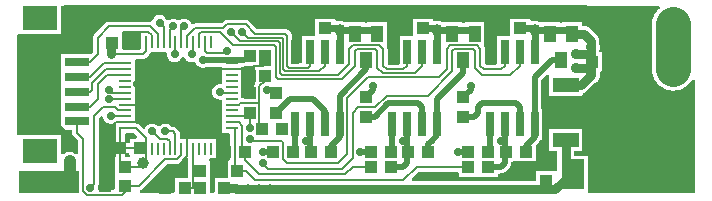
<source format=gbr>
G04 --- HEADER BEGIN --- *
%TF.GenerationSoftware,LibrePCB,LibrePCB,0.1.0*%
%TF.CreationDate,2018-04-15T17:46:50*%
%TF.ProjectId,Demo Brushless Controller Project - default,ace706f3-b818-4ce9-86ab-e3185109c18f,v1*%
%TF.Part,Single*%
%FSLAX66Y66*%
%MOMM*%
G01*
G74*
G04 --- HEADER END --- *
G04 --- APERTURE LIST BEGIN --- *
%ADD10P,2.54X8X22.5*%
%ADD11R,1.0X1.4*%
%ADD12R,5.08X1.8288*%
%ADD13R,1.1X1.0*%
%ADD14R,1.0X0.2*%
%ADD15R,0.2X1.0*%
%ADD16R,1.0X1.1*%
%ADD17C,2.54*%
%ADD18P,2.54X8X292.5*%
%ADD19R,2.2X3.6*%
%ADD20R,2.235X1.219*%
%ADD21R,0.6604X2.032*%
%ADD22R,1.0X1.0*%
%ADD23R,2.0X0.8*%
%ADD24R,3.0X2.1*%
%ADD25R,1.95X2.5*%
%ADD26C,0.7*%
%ADD27C,0.8*%
%ADD28C,1.0*%
%ADD29C,0.9*%
%ADD30C,0.2*%
%ADD31C,0.5*%
%ADD32C,3.0*%
%ADD33C,0.6*%
%ADD34C,2.0*%
%ADD35C,0.3*%
%ADD36C,0.0*%
G04 --- APERTURE LIST END --- *
G04 --- BOARD BEGIN --- *
D10*
X55880000Y14605000D03*
D11*
X30795000Y13800000D03*
X29845000Y11600000D03*
X28895000Y13800000D03*
D12*
X3016250Y1270000D03*
D13*
X7722500Y952500D03*
X9422500Y952500D03*
D14*
X9470000Y6322500D03*
D15*
X14720000Y13072500D03*
D14*
X9470000Y7322500D03*
D15*
X11720000Y13072500D03*
D14*
X9470000Y10322500D03*
X18470000Y9822500D03*
X18470000Y7322500D03*
D15*
X12720000Y4072500D03*
X13720000Y13072500D03*
X14720000Y4072500D03*
D14*
X18470000Y7822500D03*
X9470000Y9322500D03*
D15*
X12220000Y4072500D03*
X16720000Y13072500D03*
D14*
X18470000Y5822500D03*
D15*
X11220000Y4072500D03*
X11220000Y13072500D03*
D14*
X9470000Y5822500D03*
D15*
X16220000Y13072500D03*
D14*
X9470000Y11322500D03*
X9470000Y8322500D03*
X9470000Y7822500D03*
X9470000Y9822500D03*
D15*
X14220000Y13072500D03*
D14*
X18470000Y10322500D03*
D15*
X13720000Y4072500D03*
D14*
X18470000Y6822500D03*
D15*
X15720000Y4072500D03*
D14*
X18470000Y8822500D03*
D15*
X16220000Y4072500D03*
X13220000Y4072500D03*
D14*
X9470000Y8822500D03*
D15*
X15720000Y13072500D03*
D14*
X9470000Y10822500D03*
X9470000Y6822500D03*
X18470000Y11322500D03*
D15*
X15220000Y13072500D03*
X13220000Y13072500D03*
D14*
X18470000Y9322500D03*
D15*
X12220000Y13072500D03*
D14*
X18470000Y8322500D03*
X18470000Y10822500D03*
D15*
X14220000Y4072500D03*
X16720000Y4072500D03*
X12720000Y13072500D03*
D14*
X18470000Y6322500D03*
D15*
X15220000Y4072500D03*
X11720000Y4072500D03*
D16*
X38520000Y2540000D03*
X40220000Y2540000D03*
D17*
X55880000Y10795000D03*
D18*
X55880000Y5715000D03*
D13*
X50697500Y11430000D03*
X48997500Y11430000D03*
D16*
X20002500Y8787500D03*
X20002500Y7087500D03*
X38520000Y3810000D03*
X40220000Y3810000D03*
X20002500Y10262500D03*
X20002500Y11962500D03*
D13*
X22225000Y8787500D03*
X22225000Y7087500D03*
X41695000Y3810000D03*
X43395000Y3810000D03*
X8992500Y4127500D03*
X10692500Y4127500D03*
D16*
X19582500Y3810000D03*
X17882500Y3810000D03*
D19*
X52946500Y7143750D03*
D20*
X46748500Y9454750D03*
X46748500Y4832750D03*
X46748500Y7143750D03*
D13*
X29845000Y8470000D03*
X29845000Y6770000D03*
X12802500Y793750D03*
X14502500Y793750D03*
X24708750Y14287500D03*
X26408750Y14287500D03*
D16*
X18947500Y2222500D03*
X17247500Y2222500D03*
D10*
X55880000Y1905000D03*
D13*
X21272500Y10262500D03*
X21272500Y11962500D03*
D16*
X45085000Y3072500D03*
X45085000Y1372500D03*
D13*
X41218750Y14287500D03*
X42918750Y14287500D03*
X25185000Y3810000D03*
X26885000Y3810000D03*
X38100000Y8470000D03*
X38100000Y6770000D03*
D21*
X32067500Y12280900D03*
X35877500Y6134100D03*
X32067500Y6134100D03*
X34607500Y12280900D03*
X33337500Y12280900D03*
X34607500Y6134100D03*
X33337500Y6134100D03*
X35877500Y12280900D03*
D16*
X22010000Y3810000D03*
X23710000Y3810000D03*
D13*
X7722500Y2540000D03*
X9422500Y2540000D03*
D11*
X39050000Y13800000D03*
X38100000Y11600000D03*
X37150000Y13800000D03*
D13*
X33440000Y3810000D03*
X35140000Y3810000D03*
D21*
X23812500Y12280900D03*
X27622500Y6134100D03*
X23812500Y6134100D03*
X26352500Y12280900D03*
X25082500Y12280900D03*
X26352500Y6134100D03*
X25082500Y6134100D03*
X27622500Y12280900D03*
X40322500Y12280900D03*
X44132500Y6134100D03*
X40322500Y6134100D03*
X42862500Y12280900D03*
X41592500Y12280900D03*
X42862500Y6134100D03*
X41592500Y6134100D03*
X44132500Y12280900D03*
D22*
X15827500Y793750D03*
X17827500Y793750D03*
D11*
X47305000Y13800000D03*
X46355000Y11600000D03*
X45405000Y13800000D03*
D13*
X10057500Y13017500D03*
X8357500Y13017500D03*
D23*
X5357500Y12650000D03*
X5357500Y8900000D03*
D24*
X2232500Y3900000D03*
D23*
X5357500Y7650000D03*
X5357500Y11400000D03*
X5357500Y6400000D03*
D24*
X2232500Y15150000D03*
D23*
X5357500Y10150000D03*
D16*
X30265000Y2540000D03*
X31965000Y2540000D03*
X30265000Y3810000D03*
X31965000Y3810000D03*
D13*
X14072500Y2222500D03*
X15772500Y2222500D03*
X32963750Y14287500D03*
X34663750Y14287500D03*
D25*
X50420000Y1905000D03*
X47370000Y1905000D03*
D16*
X21057500Y5715000D03*
X22757500Y5715000D03*
D26*
X8255000Y12065000D03*
X16033750Y11588750D03*
D27*
X18891250Y635000D03*
X19843750Y635000D03*
X20796250Y635000D03*
X21748750Y635000D03*
D28*
X10953750Y2857500D03*
D26*
X41275000Y4762500D03*
X21431250Y9048750D03*
X37623750Y3810000D03*
X13493750Y14446250D03*
X21113750Y3810000D03*
X11747500Y5556250D03*
D28*
X27622500Y14128750D03*
X35877500Y14128750D03*
X44132500Y14128750D03*
D29*
X48895000Y12700000D03*
X47625000Y12065000D03*
X47625000Y10953750D03*
X48895000Y10318750D03*
D28*
X4762500Y3016250D03*
D26*
X15081250Y12065000D03*
X21113750Y2857500D03*
X8096250Y8255000D03*
X12858750Y5556250D03*
X17462500Y8890000D03*
X29368750Y3810000D03*
X6508750Y793750D03*
X14446250Y14446250D03*
X18415000Y13970000D03*
X12700000Y1905000D03*
X15240000Y5715000D03*
X14446250Y5715000D03*
X10477500Y9525000D03*
X7620000Y5715000D03*
X7620000Y4921250D03*
X20002500Y9525000D03*
X16033750Y5715000D03*
X16827500Y5715000D03*
D27*
X2698750Y9366250D03*
X2698750Y8255000D03*
X2698750Y7143750D03*
X2698750Y6032500D03*
D26*
X4603750Y5080000D03*
X4603750Y4286250D03*
D27*
X2698750Y10477500D03*
D26*
X4445000Y15875000D03*
X13176250Y15398750D03*
X13970000Y15398750D03*
D29*
X53022500Y8572500D03*
D27*
X1587500Y9366250D03*
X1587500Y8255000D03*
X1587500Y7143750D03*
X1587500Y6032500D03*
D26*
X11747500Y952500D03*
X8096250Y9048750D03*
X8255000Y6826250D03*
X24765000Y4762500D03*
X12382500Y14763750D03*
X30480000Y9366250D03*
X33020000Y4762500D03*
X18097500Y12382500D03*
X19367500Y13970000D03*
X13652500Y12065000D03*
X20002500Y4921250D03*
X20002500Y5873750D03*
X38735000Y9366250D03*
D27*
X8357500Y13017500D02*
X8255000Y13017500D01*
X8255000Y12065000D02*
X8255000Y13017500D01*
D30*
X8255000Y12065000D02*
X10953750Y12065000D01*
D31*
X16033750Y11588750D02*
X19526250Y11588750D01*
X19526250Y11588750D02*
X20002500Y11962500D01*
D27*
X18891250Y635000D02*
X19843750Y635000D01*
X18732500Y793750D02*
X18891250Y635000D01*
X19843750Y635000D02*
X20796250Y635000D01*
X20796250Y635000D02*
X21748750Y635000D01*
X21748750Y635000D02*
X45085000Y635000D01*
X45085000Y635000D02*
X45878750Y635000D01*
X45085000Y635000D02*
X45085000Y1372500D01*
X46748500Y1504750D02*
X45878750Y635000D01*
X46748500Y4832750D02*
X46748500Y1504750D01*
X17827500Y793750D02*
X18732500Y793750D01*
D30*
X11220000Y12331250D02*
X10953750Y12065000D01*
X11220000Y13072500D02*
X11220000Y12331250D01*
X9470000Y5822500D02*
X9048750Y5822500D01*
X9470000Y5822500D02*
X10370000Y5822500D01*
X9048750Y5822500D02*
X9048750Y4127500D01*
X9048750Y4127500D02*
X9048750Y2540000D01*
X10692500Y4127500D02*
X9048750Y4127500D01*
X9422500Y2540000D02*
X9048750Y2540000D01*
X10636250Y2540000D02*
X9422500Y2540000D01*
X10953750Y2857500D02*
X10636250Y2540000D01*
X10953750Y2857500D02*
X11220000Y3123750D01*
X11220000Y4072500D02*
X11220000Y3123750D01*
X11220000Y4072500D02*
X11220000Y4972500D01*
X11220000Y4972500D02*
X10953750Y5238750D01*
X10953750Y5238750D02*
X10370000Y5822500D01*
D31*
X41592500Y4762500D02*
X41592500Y6134100D01*
X41592500Y4762500D02*
X41275000Y4762500D01*
X41695000Y3810000D02*
X41592500Y4762500D01*
X41695000Y3810000D02*
X41592500Y2857500D01*
X41275000Y2540000D02*
X41592500Y2857500D01*
X40220000Y2540000D02*
X41275000Y2540000D01*
X21431250Y9048750D02*
X21907500Y9048750D01*
X21907500Y9048750D02*
X22225000Y8787500D01*
X37623750Y3810000D02*
X38520000Y3810000D01*
D30*
X13220000Y13072500D02*
X13220000Y14172500D01*
X13220000Y14172500D02*
X13493750Y14446250D01*
D31*
X42862500Y6134100D02*
X42862500Y7620000D01*
X42545000Y7937500D02*
X42862500Y7620000D01*
X42545000Y7937500D02*
X39687500Y7937500D01*
X39370000Y7620000D02*
X39687500Y7937500D01*
X39370000Y7143750D02*
X39370000Y7620000D01*
X38996250Y6770000D02*
X39370000Y7143750D01*
X38100000Y6770000D02*
X38996250Y6770000D01*
D30*
X18470000Y7822500D02*
X19093750Y7822500D01*
X19093750Y7822500D02*
X19208750Y7937500D01*
X20796250Y7937500D02*
X19208750Y7937500D01*
X20796250Y7937500D02*
X20796250Y5715000D01*
X20796250Y7937500D02*
X20796250Y9366250D01*
X20796250Y5715000D02*
X21057500Y5715000D01*
X20796250Y9366250D02*
X21272500Y9842500D01*
X21272500Y10262500D02*
X21272500Y9842500D01*
D31*
X21113750Y3810000D02*
X22010000Y3810000D01*
D30*
X9470000Y10322500D02*
X7941250Y10322500D01*
X7941250Y10322500D02*
X7143750Y9525000D01*
X7143750Y9525000D02*
X7143750Y8255000D01*
X7143750Y8255000D02*
X6508750Y7620000D01*
X5357500Y7650000D02*
X6508750Y7620000D01*
X9470000Y11322500D02*
X7671250Y11322500D01*
X7671250Y11322500D02*
X6508750Y10160000D01*
X5357500Y10150000D02*
X6508750Y10160000D01*
D31*
X23710000Y3810000D02*
X23812500Y3810000D01*
X23812500Y3810000D02*
X23812500Y6134100D01*
D30*
X13220000Y4072500D02*
X13220000Y4718750D01*
X13220000Y4718750D02*
X13017500Y4921250D01*
X13017500Y4921250D02*
X12382500Y4921250D01*
X12382500Y4921250D02*
X11747500Y5556250D01*
D32*
X55880000Y10795000D02*
X55880000Y14605000D01*
D33*
X27622500Y14128750D02*
X27622500Y12280900D01*
X27622500Y14128750D02*
X27463750Y14287500D01*
X27622500Y14128750D02*
X30480000Y14128750D01*
X27463750Y14287500D02*
X26408750Y14287500D01*
X30480000Y14128750D02*
X30795000Y13800000D01*
X35877500Y14128750D02*
X35877500Y12280900D01*
X35877500Y14128750D02*
X35718750Y14287500D01*
X35877500Y14128750D02*
X38735000Y14128750D01*
X35718750Y14287500D02*
X34663750Y14287500D01*
X38735000Y14128750D02*
X39050000Y13800000D01*
X44132500Y14128750D02*
X44132500Y12280900D01*
X44132500Y14128750D02*
X43973750Y14287500D01*
X44132500Y14128750D02*
X46990000Y14128750D01*
X43973750Y14287500D02*
X42918750Y14287500D01*
X46990000Y14128750D02*
X47305000Y13800000D01*
D27*
X47305000Y13800000D02*
X48271250Y13800000D01*
X48271250Y13800000D02*
X48895000Y13176250D01*
X48895000Y12700000D02*
X48895000Y13176250D01*
X48895000Y12065000D02*
X48895000Y12700000D01*
X48895000Y12065000D02*
X47625000Y12065000D01*
X48895000Y11430000D02*
X48895000Y12065000D01*
X48895000Y10953750D02*
X47625000Y10953750D01*
X48895000Y10953750D02*
X48895000Y11430000D01*
X48895000Y10318750D02*
X48895000Y10953750D01*
X48895000Y11430000D02*
X48997500Y11430000D01*
X48895000Y10318750D02*
X48031000Y9454750D01*
X46748500Y9454750D02*
X48031000Y9454750D01*
D31*
X22225000Y7087500D02*
X23392500Y8255000D01*
X23392500Y8255000D02*
X25400000Y8255000D01*
X25400000Y8255000D02*
X26352500Y7302500D01*
X26352500Y7302500D02*
X26352500Y6134100D01*
D28*
X4762500Y3016250D02*
X4762500Y1270000D01*
X4762500Y1270000D02*
X3016250Y1270000D01*
D30*
X15220000Y13072500D02*
X15220000Y12203750D01*
X15220000Y12203750D02*
X15081250Y12065000D01*
X21590000Y2381250D02*
X21113750Y2857500D01*
X21590000Y2381250D02*
X27781250Y2381250D01*
X28733750Y3333750D02*
X27781250Y2381250D01*
X28733750Y7143750D02*
X28733750Y3333750D01*
X29210000Y7620000D02*
X28733750Y7143750D01*
X30638750Y7620000D02*
X29210000Y7620000D01*
X31591250Y8572500D02*
X30638750Y7620000D01*
X35083750Y8572500D02*
X31591250Y8572500D01*
X37147500Y10636250D02*
X35083750Y8572500D01*
X37147500Y12382500D02*
X37147500Y10636250D01*
X37306250Y12541250D02*
X37147500Y12382500D01*
X38893750Y12541250D02*
X37306250Y12541250D01*
X39052500Y12382500D02*
X38893750Y12541250D01*
X39052500Y10953750D02*
X39052500Y12382500D01*
X39687500Y10318750D02*
X39052500Y10953750D01*
X42068750Y10318750D02*
X39687500Y10318750D01*
X42862500Y11112500D02*
X42068750Y10318750D01*
X42862500Y12280900D02*
X42862500Y11112500D01*
X9470000Y8322500D02*
X8163750Y8322500D01*
X8163750Y8322500D02*
X8096250Y8255000D01*
X13720000Y4072500D02*
X13720000Y5330000D01*
X13720000Y5330000D02*
X13493750Y5556250D01*
X12858750Y5556250D02*
X13493750Y5556250D01*
D31*
X40220000Y3810000D02*
X40322500Y3810000D01*
X40322500Y3810000D02*
X40322500Y6134100D01*
X29845000Y11600000D02*
X29845000Y10795000D01*
X29845000Y10795000D02*
X27622500Y8572500D01*
X27622500Y6134100D02*
X27622500Y8572500D01*
X27622500Y5080000D02*
X27622500Y6134100D01*
X27305000Y4762500D02*
X27622500Y5080000D01*
X26885000Y4342500D02*
X27305000Y4762500D01*
X26885000Y3810000D02*
X26885000Y4342500D01*
D30*
X18470000Y8822500D02*
X17530000Y8822500D01*
X17530000Y8822500D02*
X17462500Y8890000D01*
D31*
X29845000Y6770000D02*
X30582500Y6770000D01*
X31750000Y7937500D02*
X30582500Y6770000D01*
X31750000Y7937500D02*
X34290000Y7937500D01*
X34290000Y7937500D02*
X34607500Y7620000D01*
X34607500Y6134100D02*
X34607500Y7620000D01*
D30*
X18470000Y6322500D02*
X19077500Y6322500D01*
X19077500Y6322500D02*
X19367500Y6032500D01*
X19367500Y6032500D02*
X19367500Y3810000D01*
X19367500Y3810000D02*
X19582500Y3810000D01*
X19582500Y3810000D02*
X19582500Y3118750D01*
X19582500Y3118750D02*
X20796250Y1905000D01*
X20796250Y1905000D02*
X28098750Y1905000D01*
X28733750Y2540000D02*
X28098750Y1905000D01*
X30265000Y2540000D02*
X28733750Y2540000D01*
X18470000Y5822500D02*
X18732500Y5822500D01*
X18732500Y5822500D02*
X18732500Y2222500D01*
X18947500Y2222500D02*
X18732500Y2222500D01*
X18947500Y2222500D02*
X19685000Y2222500D01*
X20478750Y1428750D02*
X19685000Y2222500D01*
X33020000Y1428750D02*
X20478750Y1428750D01*
X34131250Y2540000D02*
X33020000Y1428750D01*
X38520000Y2540000D02*
X34131250Y2540000D01*
D31*
X46355000Y11600000D02*
X45572500Y11600000D01*
X45572500Y11600000D02*
X44132500Y10160000D01*
X44132500Y6134100D02*
X44132500Y10160000D01*
X44132500Y6134100D02*
X44132500Y5080000D01*
X44132500Y5080000D02*
X43815000Y4762500D01*
X43815000Y4762500D02*
X43395000Y4342500D01*
X43395000Y3810000D02*
X43395000Y4342500D01*
D30*
X34607500Y12280900D02*
X34607500Y11112500D01*
X34607500Y11112500D02*
X33972500Y10477500D01*
X33972500Y10477500D02*
X31273750Y10477500D01*
X31273750Y10477500D02*
X30797500Y10953750D01*
X30797500Y10953750D02*
X30797500Y12382500D01*
X30797500Y12382500D02*
X30638750Y12541250D01*
X30638750Y12541250D02*
X29051250Y12541250D01*
X29051250Y12541250D02*
X28892500Y12382500D01*
X28892500Y12382500D02*
X28892500Y11112500D01*
X28892500Y11112500D02*
X27781250Y10001250D01*
X27781250Y10001250D02*
X22383750Y10001250D01*
X22383750Y10001250D02*
X22225000Y10160000D01*
X22225000Y10160000D02*
X22225000Y12700000D01*
X22225000Y12700000D02*
X22066250Y12858750D01*
X22066250Y12858750D02*
X18573750Y12858750D01*
X18573750Y12858750D02*
X17462500Y13970000D01*
X17462500Y13970000D02*
X15875000Y13970000D01*
X15875000Y13970000D02*
X15716250Y13811250D01*
X15720000Y13072500D02*
X15716250Y13811250D01*
D31*
X29368750Y3810000D02*
X30265000Y3810000D01*
D30*
X9470000Y7322500D02*
X8870000Y7322500D01*
X8572500Y7620000D02*
X8870000Y7322500D01*
X7620000Y7620000D02*
X8572500Y7620000D01*
X6826250Y6826250D02*
X7620000Y7620000D01*
X6826250Y1111250D02*
X6826250Y6826250D01*
X6508750Y793750D02*
X6826250Y1111250D01*
D31*
X38100000Y11600000D02*
X38100000Y10477500D01*
X38100000Y10477500D02*
X35877500Y8255000D01*
X35877500Y6134100D02*
X35877500Y8255000D01*
X35877500Y6134100D02*
X35877500Y5238750D01*
X35877500Y5238750D02*
X35401250Y4762500D01*
X35401250Y4762500D02*
X35140000Y4501250D01*
X35140000Y3810000D02*
X35140000Y4501250D01*
D30*
X14220000Y13072500D02*
X14220000Y14220000D01*
X14220000Y14220000D02*
X14446250Y14446250D01*
X19208750Y13176250D02*
X18415000Y13970000D01*
X22383750Y13176250D02*
X19208750Y13176250D01*
X22542500Y13017500D02*
X22383750Y13176250D01*
X22542500Y10477500D02*
X22542500Y13017500D01*
X22701250Y10318750D02*
X22542500Y10477500D01*
X27463750Y10318750D02*
X22701250Y10318750D01*
X28416250Y11271250D02*
X27463750Y10318750D01*
X28416250Y12541250D02*
X28416250Y11271250D01*
X28733750Y12858750D02*
X28416250Y12541250D01*
X30956250Y12858750D02*
X28733750Y12858750D01*
X31273750Y12541250D02*
X30956250Y12858750D01*
X31273750Y11112500D02*
X31273750Y12541250D01*
X31591250Y10795000D02*
X31273750Y11112500D01*
X33020000Y10795000D02*
X31591250Y10795000D01*
X33337500Y11112500D02*
X33020000Y10795000D01*
X33337500Y12280900D02*
X33337500Y11112500D01*
D34*
X55880000Y1905000D02*
X50420000Y1905000D01*
D32*
X55880000Y5715000D02*
X55880000Y1905000D01*
D34*
X55880000Y7143750D02*
X55880000Y5715000D01*
X52946500Y7143750D02*
X55880000Y7143750D01*
D28*
X46748500Y7143750D02*
X52946500Y7143750D01*
D31*
X46748500Y7143750D02*
X45402500Y7143750D01*
X45085000Y6826250D02*
X45402500Y7143750D01*
X45085000Y3072500D02*
X45085000Y6826250D01*
X14072500Y2222500D02*
X13017500Y2222500D01*
D30*
X14072500Y2222500D02*
X14072500Y2801250D01*
D31*
X13017500Y2222500D02*
X12700000Y1905000D01*
D30*
X14072500Y2801250D02*
X14446250Y3175000D01*
X14446250Y3175000D02*
X14720000Y3448750D01*
X14720000Y4072500D02*
X14720000Y3448750D01*
X14720000Y4072500D02*
X14720000Y5715000D01*
X14720000Y5715000D02*
X15240000Y5715000D01*
X14446250Y5715000D02*
X14720000Y5715000D01*
X15240000Y5715000D02*
X16033750Y5715000D01*
X14446250Y9525000D02*
X14446250Y5715000D01*
X14446250Y9525000D02*
X11271250Y9525000D01*
X14446250Y9525000D02*
X15743750Y10822500D01*
X11271250Y9525000D02*
X10477500Y9525000D01*
X10477500Y7822500D02*
X10477500Y9525000D01*
X9470000Y7822500D02*
X10477500Y7822500D01*
X10477500Y6985000D02*
X10477500Y7822500D01*
X10477500Y6322500D02*
X10477500Y6985000D01*
X9470000Y6322500D02*
X10477500Y6322500D01*
X9470000Y6322500D02*
X8703750Y6322500D01*
X8703750Y6322500D02*
X8096250Y5715000D01*
X7620000Y5715000D02*
X8096250Y5715000D01*
D27*
X7620000Y5715000D02*
X7620000Y4921250D01*
X7620000Y4921250D02*
X7620000Y4127500D01*
X7620000Y4127500D02*
X8992500Y4127500D01*
X7620000Y2540000D02*
X7620000Y4127500D01*
X7620000Y2540000D02*
X7722500Y2540000D01*
X7620000Y952500D02*
X7620000Y2540000D01*
X7722500Y952500D02*
X7620000Y952500D01*
D30*
X18470000Y10822500D02*
X15743750Y10822500D01*
X18470000Y10822500D02*
X20002500Y10822500D01*
X20002500Y10822500D02*
X20002500Y10262500D01*
X20002500Y10822500D02*
X20030000Y10822500D01*
X20002500Y9525000D02*
X20002500Y10262500D01*
X20002500Y8787500D02*
X20002500Y9525000D01*
X20030000Y10822500D02*
X20320000Y11112500D01*
X21113750Y11112500D02*
X20320000Y11112500D01*
X21113750Y11112500D02*
X21272500Y11271250D01*
X21272500Y11962500D02*
X21272500Y11271250D01*
X16827500Y5715000D02*
X16033750Y5715000D01*
D31*
X17882500Y4660000D02*
X16827500Y5715000D01*
X17882500Y3810000D02*
X17882500Y4660000D01*
X17882500Y3810000D02*
X17882500Y3277500D01*
X17621250Y3016250D02*
X17882500Y3277500D01*
X17247500Y2642500D02*
X17621250Y3016250D01*
X17247500Y2222500D02*
X17247500Y2642500D01*
D30*
X11720000Y13072500D02*
X11720000Y13680000D01*
X11720000Y13680000D02*
X11430000Y13970000D01*
X10318750Y13970000D02*
X11430000Y13970000D01*
X10057500Y13708750D02*
X10318750Y13970000D01*
X10057500Y13017500D02*
X10057500Y13708750D01*
D31*
X2698750Y8255000D02*
X2698750Y9366250D01*
X2698750Y10477500D02*
X2698750Y9366250D01*
X2698750Y7143750D02*
X2698750Y8255000D01*
X2698750Y6032500D02*
X2698750Y7143750D01*
X2698750Y6032500D02*
X3651250Y6032500D01*
X3651250Y6032500D02*
X4603750Y5080000D01*
X4603750Y4286250D02*
X4603750Y5080000D01*
X2698750Y10477500D02*
X2698750Y12065000D01*
X2698750Y10477500D02*
X1587500Y10477500D01*
X3283750Y12650000D02*
X2698750Y12065000D01*
X4445000Y12650000D02*
X3283750Y12650000D01*
D27*
X5357500Y12650000D02*
X4445000Y12650000D01*
X4445000Y12650000D02*
X4445000Y15875000D01*
X4445000Y15875000D02*
X13176250Y15875000D01*
X13176250Y15875000D02*
X13176250Y15398750D01*
X13970000Y15875000D02*
X13176250Y15875000D01*
X13970000Y15875000D02*
X13970000Y15398750D01*
X23812500Y15875000D02*
X13970000Y15875000D01*
D33*
X23812500Y15875000D02*
X23812500Y14287500D01*
D27*
X32067500Y15875000D02*
X23812500Y15875000D01*
D33*
X23812500Y14287500D02*
X24708750Y14287500D01*
X23812500Y14287500D02*
X23812500Y12280900D01*
X32067500Y15875000D02*
X32067500Y14287500D01*
D27*
X40322500Y15875000D02*
X32067500Y15875000D01*
D33*
X32067500Y14287500D02*
X32963750Y14287500D01*
X32067500Y14287500D02*
X32067500Y12280900D01*
D27*
X48418750Y15875000D02*
X40322500Y15875000D01*
D33*
X40322500Y15875000D02*
X40322500Y14287500D01*
D27*
X50697500Y13596250D02*
X48418750Y15875000D01*
X50697500Y11430000D02*
X50697500Y13596250D01*
X52070000Y11430000D02*
X50697500Y11430000D01*
X53022500Y10477500D02*
X52070000Y11430000D01*
X53022500Y8572500D02*
X53022500Y10477500D01*
D33*
X40322500Y14287500D02*
X41218750Y14287500D01*
X40322500Y14287500D02*
X40322500Y12280900D01*
D31*
X1587500Y9366250D02*
X1587500Y10477500D01*
X1587500Y8255000D02*
X1587500Y9366250D01*
X1587500Y7143750D02*
X1587500Y8255000D01*
X1587500Y6032500D02*
X1587500Y7143750D01*
D35*
X11747500Y952500D02*
X11906250Y793750D01*
X11906250Y793750D02*
X12802500Y793750D01*
D30*
X15220000Y4072500D02*
X15220000Y2222500D01*
X15220000Y2222500D02*
X15772500Y2222500D01*
X15220000Y2222500D02*
X15220000Y793750D01*
X15220000Y793750D02*
X14502500Y793750D01*
X15220000Y793750D02*
X15827500Y793750D01*
X9470000Y8822500D02*
X8322500Y8822500D01*
X8322500Y8822500D02*
X8096250Y9048750D01*
X25082500Y12280900D02*
X25082500Y11112500D01*
X25082500Y11112500D02*
X24923750Y10953750D01*
X24923750Y10953750D02*
X23336250Y10953750D01*
X23336250Y10953750D02*
X23177500Y11112500D01*
X23177500Y11112500D02*
X23177500Y13652500D01*
X23177500Y13652500D02*
X23018750Y13811250D01*
X20478750Y13811250D02*
X23018750Y13811250D01*
X20478750Y13811250D02*
X19685000Y14605000D01*
X19685000Y14605000D02*
X18097500Y14605000D01*
X18097500Y14605000D02*
X17780000Y14287500D01*
X15398750Y14287500D02*
X17780000Y14287500D01*
X14720000Y13608750D02*
X15398750Y14287500D01*
X14720000Y13072500D02*
X14720000Y13608750D01*
X8255000Y6826250D02*
X9470000Y6822500D01*
D31*
X25185000Y3810000D02*
X25082500Y3810000D01*
X25082500Y3810000D02*
X25082500Y4762500D01*
X25082500Y4762500D02*
X24765000Y4762500D01*
X25082500Y4762500D02*
X25082500Y6134100D01*
D30*
X12720000Y13072500D02*
X12720000Y14426250D01*
X12720000Y14426250D02*
X12382500Y14763750D01*
X14220000Y4072500D02*
X14220000Y3583750D01*
X14220000Y3583750D02*
X13811250Y3175000D01*
X13811250Y3175000D02*
X12858750Y3175000D01*
X12858750Y3175000D02*
X10636250Y952500D01*
X9422500Y952500D02*
X10636250Y952500D01*
X9422500Y952500D02*
X9422500Y373750D01*
X9422500Y373750D02*
X9207500Y158750D01*
X9207500Y158750D02*
X6191250Y158750D01*
X5873750Y476250D02*
X6191250Y158750D01*
X5873750Y4921250D02*
X5873750Y476250D01*
X5357500Y5437500D02*
X5873750Y4921250D01*
X5357500Y6400000D02*
X5357500Y5437500D01*
D31*
X30480000Y9366250D02*
X30480000Y9048750D01*
X30480000Y9048750D02*
X29845000Y8470000D01*
D30*
X12220000Y13072500D02*
X12220000Y13815000D01*
X12220000Y13815000D02*
X11588750Y14446250D01*
X11588750Y14446250D02*
X8096250Y14446250D01*
X8096250Y14446250D02*
X7143750Y13493750D01*
X7143750Y13493750D02*
X7143750Y12065000D01*
X7143750Y12065000D02*
X6508750Y11430000D01*
X5357500Y11400000D02*
X6508750Y11430000D01*
D31*
X31965000Y3810000D02*
X32067500Y3810000D01*
X32067500Y3810000D02*
X32067500Y6134100D01*
X33337500Y6134100D02*
X33337500Y4762500D01*
X33020000Y4762500D02*
X33337500Y4762500D01*
X33440000Y3810000D02*
X33337500Y4762500D01*
X33440000Y3810000D02*
X33337500Y2857500D01*
X33020000Y2540000D02*
X33337500Y2857500D01*
X31965000Y2540000D02*
X33020000Y2540000D01*
D30*
X16220000Y13072500D02*
X16220000Y12355000D01*
X16220000Y12355000D02*
X16351250Y12223750D01*
X16351250Y12223750D02*
X17938750Y12223750D01*
X17938750Y12223750D02*
X18097500Y12382500D01*
X19843750Y13493750D02*
X19367500Y13970000D01*
X22701250Y13493750D02*
X19843750Y13493750D01*
X22860000Y13335000D02*
X22701250Y13493750D01*
X22860000Y10795000D02*
X22860000Y13335000D01*
X23018750Y10636250D02*
X22860000Y10795000D01*
X25876250Y10636250D02*
X23018750Y10636250D01*
X26352500Y11112500D02*
X25876250Y10636250D01*
X26352500Y12280900D02*
X26352500Y11112500D01*
X13720000Y13072500D02*
X13720000Y12132500D01*
X13720000Y12132500D02*
X13652500Y12065000D01*
X20161250Y4762500D02*
X20002500Y4921250D01*
X22701250Y4762500D02*
X20161250Y4762500D01*
X22860000Y4603750D02*
X22701250Y4762500D01*
X22860000Y3175000D02*
X22860000Y4603750D01*
X23177500Y2857500D02*
X22860000Y3175000D01*
X23495000Y2857500D02*
X23177500Y2857500D01*
X27463750Y2857500D02*
X23495000Y2857500D01*
X28257500Y3651250D02*
X27463750Y2857500D01*
X28257500Y8413750D02*
X28257500Y3651250D01*
X30003750Y10160000D02*
X28257500Y8413750D01*
X36036250Y10160000D02*
X30003750Y10160000D01*
X36671250Y10795000D02*
X36036250Y10160000D01*
X36671250Y12541250D02*
X36671250Y10795000D01*
X36988750Y12858750D02*
X36671250Y12541250D01*
X39211250Y12858750D02*
X36988750Y12858750D01*
X39528750Y12541250D02*
X39211250Y12858750D01*
X39528750Y11112500D02*
X39528750Y12541250D01*
X39846250Y10795000D02*
X39528750Y11112500D01*
X41275000Y10795000D02*
X39846250Y10795000D01*
X41592500Y11112500D02*
X41275000Y10795000D01*
X41592500Y12280900D02*
X41592500Y11112500D01*
X9470000Y10822500D02*
X7806250Y10822500D01*
X7806250Y10822500D02*
X6667500Y9683750D01*
X6667500Y9683750D02*
X6667500Y9048750D01*
X6667500Y9048750D02*
X6508750Y8890000D01*
X5357500Y8900000D02*
X6508750Y8890000D01*
X18470000Y6822500D02*
X20002500Y6822500D01*
X20002500Y6822500D02*
X20002500Y7087500D01*
X20002500Y6822500D02*
X20002500Y5873750D01*
D31*
X38735000Y9366250D02*
X38735000Y9048750D01*
X38735000Y9048750D02*
X38100000Y8470000D01*
D36*
G36*
X57624251Y319667D02*
X57679032Y373510D01*
X57700000Y450000D01*
X57700000Y9794080D01*
X57680333Y9868331D01*
X57626490Y9923112D01*
X57552590Y9944058D01*
X57478010Y9925676D01*
X57418348Y9865968D01*
X57396820Y9826542D01*
X57391046Y9817558D01*
X57243561Y9620541D01*
X57236558Y9612459D01*
X57062540Y9438441D01*
X57054458Y9431438D01*
X56857441Y9283953D01*
X56848452Y9278176D01*
X56632457Y9160234D01*
X56622717Y9155786D01*
X56392137Y9069784D01*
X56381887Y9066774D01*
X56141401Y9014460D01*
X56130824Y9012939D01*
X55885341Y8995382D01*
X55874659Y8995382D01*
X55629175Y9012939D01*
X55618598Y9014460D01*
X55378112Y9066774D01*
X55367862Y9069784D01*
X55137282Y9155786D01*
X55127542Y9160234D01*
X54911547Y9278176D01*
X54902558Y9283953D01*
X54705541Y9431438D01*
X54697459Y9438441D01*
X54523441Y9612459D01*
X54516438Y9620541D01*
X54368953Y9817558D01*
X54363176Y9826547D01*
X54245234Y10042542D01*
X54240786Y10052282D01*
X54154784Y10282862D01*
X54151774Y10293112D01*
X54099460Y10533598D01*
X54097939Y10544175D01*
X54080192Y10792320D01*
X54080000Y10797690D01*
X54080000Y14602310D01*
X54080192Y14607680D01*
X54097939Y14855824D01*
X54099460Y14866401D01*
X54151774Y15106887D01*
X54154784Y15117137D01*
X54240786Y15347717D01*
X54245234Y15357457D01*
X54363176Y15573452D01*
X54368953Y15582441D01*
X54516438Y15779458D01*
X54523441Y15787540D01*
X54679835Y15943934D01*
X54718432Y16010344D01*
X54719095Y16087152D01*
X54681651Y16154219D01*
X54615917Y16193957D01*
X54573769Y16200000D01*
X4182500Y16200000D01*
X4108249Y16180333D01*
X4053468Y16126490D01*
X4032500Y16050000D01*
X4032500Y13819529D01*
X4028503Y13804438D01*
X4012313Y13800000D01*
X450000Y13800000D01*
X375749Y13780333D01*
X320968Y13726490D01*
X300000Y13650000D01*
X300000Y5400000D01*
X319667Y5325749D01*
X373510Y5270968D01*
X450000Y5250000D01*
X4012971Y5250000D01*
X4028062Y5246003D01*
X4032500Y5229813D01*
X4032500Y3763702D01*
X4052167Y3689451D01*
X4106010Y3634670D01*
X4179910Y3613724D01*
X4270668Y3642350D01*
X4356139Y3704449D01*
X4369679Y3712266D01*
X4508103Y3773897D01*
X4522980Y3778730D01*
X4671188Y3810233D01*
X4686737Y3811867D01*
X4838262Y3811867D01*
X4853811Y3810233D01*
X5002021Y3778730D01*
X5016895Y3773897D01*
X5155319Y3712267D01*
X5168855Y3704452D01*
X5235581Y3655972D01*
X5307211Y3628239D01*
X5383178Y3639599D01*
X5443561Y3687073D01*
X5473750Y3777324D01*
X5473750Y4693433D01*
X5454083Y4767684D01*
X5429816Y4799499D01*
X5078827Y5150488D01*
X5071199Y5159420D01*
X5063099Y5170568D01*
X5047812Y5188466D01*
X5042241Y5194037D01*
X5028535Y5212902D01*
X5024960Y5219918D01*
X5012661Y5239987D01*
X5008038Y5246350D01*
X4997450Y5267130D01*
X4995019Y5274612D01*
X4986012Y5296357D01*
X4982438Y5303371D01*
X4975230Y5325555D01*
X4973999Y5333327D01*
X4968506Y5356208D01*
X4966072Y5363700D01*
X4962425Y5386727D01*
X4962425Y5394601D01*
X4960578Y5418065D01*
X4958422Y5431680D01*
X4957500Y5443389D01*
X4957500Y5550000D01*
X4937833Y5624251D01*
X4883990Y5679032D01*
X4807500Y5700000D01*
X4077029Y5700000D01*
X4061938Y5703997D01*
X4057500Y5720187D01*
X4057500Y12080471D01*
X4061497Y12095562D01*
X4077687Y12100000D01*
X6550932Y12100000D01*
X6625183Y12119667D01*
X6656998Y12143934D01*
X6699816Y12186752D01*
X6738413Y12253162D01*
X6743750Y12292818D01*
X6743750Y13487850D01*
X6744673Y13499578D01*
X6746829Y13513189D01*
X6748676Y13536655D01*
X6748676Y13544520D01*
X6752324Y13567554D01*
X6754752Y13575025D01*
X6760247Y13597914D01*
X6761479Y13605691D01*
X6768687Y13627875D01*
X6772259Y13634885D01*
X6781270Y13656638D01*
X6783701Y13664120D01*
X6794290Y13684902D01*
X6798912Y13691264D01*
X6811211Y13711333D01*
X6814783Y13718344D01*
X6828492Y13737213D01*
X6834059Y13742780D01*
X6849345Y13760678D01*
X6857442Y13771822D01*
X6865077Y13780762D01*
X7809240Y14724925D01*
X7818175Y14732556D01*
X7829321Y14740654D01*
X7847220Y14755941D01*
X7852789Y14761510D01*
X7871651Y14775214D01*
X7878671Y14778791D01*
X7898735Y14791086D01*
X7905104Y14795713D01*
X7925880Y14806299D01*
X7933362Y14808730D01*
X7955107Y14817737D01*
X7962123Y14821312D01*
X7984301Y14828518D01*
X7992071Y14829748D01*
X8014968Y14835245D01*
X8022451Y14837677D01*
X8045479Y14841324D01*
X8053344Y14841324D01*
X8076809Y14843171D01*
X8090419Y14845327D01*
X8102150Y14846250D01*
X11582850Y14846250D01*
X11594573Y14845327D01*
X11595566Y14845170D01*
X11596003Y14845215D01*
X11600446Y14844865D01*
X11600510Y14845675D01*
X11671980Y14852978D01*
X11734510Y14897587D01*
X11759286Y14940132D01*
X11803735Y15057335D01*
X11812108Y15073288D01*
X11890813Y15187310D01*
X11902760Y15200796D01*
X12006463Y15292670D01*
X12021296Y15302908D01*
X12143971Y15367293D01*
X12160816Y15373682D01*
X12295340Y15406838D01*
X12313224Y15409010D01*
X12451775Y15409010D01*
X12469659Y15406838D01*
X12604183Y15373682D01*
X12621028Y15367293D01*
X12743703Y15302908D01*
X12758536Y15292670D01*
X12862239Y15200796D01*
X12874186Y15187310D01*
X12952893Y15073285D01*
X12958146Y15063277D01*
X13010066Y15006671D01*
X13083200Y14983188D01*
X13160672Y15000169D01*
X13255224Y15049794D01*
X13272066Y15056182D01*
X13406590Y15089338D01*
X13424474Y15091510D01*
X13563025Y15091510D01*
X13580909Y15089338D01*
X13715433Y15056182D01*
X13732278Y15049793D01*
X13854955Y14985407D01*
X13869787Y14975170D01*
X13870531Y14974511D01*
X13871309Y14974120D01*
X13877256Y14970015D01*
X13877826Y14970841D01*
X13939150Y14939994D01*
X14015859Y14943969D01*
X14062417Y14970493D01*
X14062746Y14970016D01*
X14068259Y14973821D01*
X14069468Y14974510D01*
X14070213Y14975170D01*
X14085046Y14985408D01*
X14207721Y15049793D01*
X14224566Y15056182D01*
X14359090Y15089338D01*
X14376974Y15091510D01*
X14515525Y15091510D01*
X14533409Y15089338D01*
X14667933Y15056182D01*
X14684778Y15049793D01*
X14807453Y14985408D01*
X14822286Y14975170D01*
X14925989Y14883296D01*
X14937936Y14869810D01*
X15016641Y14755788D01*
X15025013Y14739837D01*
X15027964Y14732055D01*
X15072681Y14669603D01*
X15142451Y14637474D01*
X15215665Y14648486D01*
X15217154Y14643902D01*
X15235868Y14649983D01*
X15257607Y14658987D01*
X15264624Y14662562D01*
X15286801Y14669768D01*
X15294571Y14670998D01*
X15317468Y14676495D01*
X15324951Y14678927D01*
X15347979Y14682574D01*
X15355844Y14682574D01*
X15379309Y14684421D01*
X15392919Y14686577D01*
X15404650Y14687500D01*
X17552184Y14687500D01*
X17626435Y14707167D01*
X17658250Y14731434D01*
X17810491Y14883675D01*
X17819421Y14891302D01*
X17830570Y14899402D01*
X17848468Y14914689D01*
X17854037Y14920258D01*
X17872904Y14933966D01*
X17879923Y14937542D01*
X17899993Y14949840D01*
X17906358Y14954464D01*
X17927134Y14965050D01*
X17934614Y14967481D01*
X17956360Y14976488D01*
X17963374Y14980062D01*
X17985556Y14987269D01*
X17993331Y14988501D01*
X18016218Y14993996D01*
X18023699Y14996427D01*
X18046728Y15000074D01*
X18054594Y15000074D01*
X18078059Y15001921D01*
X18091669Y15004077D01*
X18103400Y15005000D01*
X19679100Y15005000D01*
X19690828Y15004077D01*
X19704433Y15001922D01*
X19727899Y15000075D01*
X19735770Y15000075D01*
X19758797Y14996428D01*
X19766287Y14993994D01*
X19789184Y14988497D01*
X19796946Y14987268D01*
X19819127Y14980061D01*
X19826129Y14976493D01*
X19847882Y14967482D01*
X19855374Y14965048D01*
X19876145Y14954465D01*
X19882520Y14949833D01*
X19902589Y14937535D01*
X19909597Y14933964D01*
X19928462Y14920258D01*
X19934023Y14914697D01*
X19951920Y14899411D01*
X19963080Y14891303D01*
X19972007Y14883678D01*
X20600501Y14255184D01*
X20666911Y14216587D01*
X20706567Y14211250D01*
X23012850Y14211250D01*
X23024578Y14210327D01*
X23038189Y14208171D01*
X23061655Y14206324D01*
X23069521Y14206324D01*
X23092550Y14202677D01*
X23100031Y14200246D01*
X23122918Y14194751D01*
X23130693Y14193519D01*
X23152875Y14186312D01*
X23159889Y14182738D01*
X23181635Y14173731D01*
X23189117Y14171300D01*
X23209893Y14160714D01*
X23216262Y14156087D01*
X23236326Y14143792D01*
X23243349Y14140214D01*
X23262210Y14126510D01*
X23267779Y14120941D01*
X23285678Y14105654D01*
X23296824Y14097556D01*
X23305759Y14089925D01*
X23456175Y13939509D01*
X23463806Y13930574D01*
X23471904Y13919428D01*
X23487191Y13901529D01*
X23492760Y13895960D01*
X23506464Y13877099D01*
X23510042Y13870076D01*
X23522337Y13850012D01*
X23526964Y13843643D01*
X23537550Y13822867D01*
X23539981Y13815385D01*
X23548988Y13793639D01*
X23552562Y13786625D01*
X23559769Y13764443D01*
X23561001Y13756668D01*
X23566496Y13733781D01*
X23568927Y13726300D01*
X23572574Y13703271D01*
X23572574Y13695405D01*
X23574421Y13671939D01*
X23576577Y13658328D01*
X23577500Y13646600D01*
X23577500Y11503750D01*
X23597167Y11429499D01*
X23651010Y11374718D01*
X23727500Y11353750D01*
X24302300Y11353750D01*
X24376551Y11373417D01*
X24431332Y11427260D01*
X24452300Y11503750D01*
X24452300Y13577371D01*
X24456297Y13592462D01*
X24472487Y13596900D01*
X25408750Y13596900D01*
X25483001Y13616567D01*
X25537782Y13670410D01*
X25558750Y13746900D01*
X25558750Y15067971D01*
X25562747Y15083062D01*
X25578937Y15087500D01*
X27239221Y15087500D01*
X27254312Y15083503D01*
X27258750Y15067313D01*
X27258750Y15050059D01*
X27278417Y14975808D01*
X27332260Y14921027D01*
X27439936Y14903337D01*
X27531188Y14922733D01*
X27546737Y14924367D01*
X27698262Y14924367D01*
X27713811Y14922733D01*
X27862021Y14891230D01*
X27876895Y14886397D01*
X28015316Y14824768D01*
X28023409Y14820096D01*
X28098409Y14800000D01*
X29675471Y14800000D01*
X29692440Y14795505D01*
X29716587Y14771772D01*
X29821733Y14728750D01*
X29869089Y14728750D01*
X29943340Y14748417D01*
X29976067Y14773604D01*
X29997152Y14795056D01*
X30015187Y14800000D01*
X31575471Y14800000D01*
X31590562Y14796003D01*
X31595000Y14779813D01*
X31595000Y12819965D01*
X31619724Y12743866D01*
X31617854Y12742913D01*
X31633800Y12711617D01*
X31636231Y12704135D01*
X31645238Y12682389D01*
X31648812Y12675375D01*
X31656019Y12653193D01*
X31657251Y12645418D01*
X31662746Y12622531D01*
X31665177Y12615050D01*
X31668824Y12592021D01*
X31668824Y12584155D01*
X31670671Y12560689D01*
X31672827Y12547078D01*
X31673750Y12535350D01*
X31673750Y11345000D01*
X31693417Y11270749D01*
X31747260Y11215968D01*
X31823750Y11195000D01*
X32557300Y11195000D01*
X32631551Y11214667D01*
X32686332Y11268510D01*
X32707300Y11345000D01*
X32707300Y13577371D01*
X32711297Y13592462D01*
X32727487Y13596900D01*
X33663750Y13596900D01*
X33738001Y13616567D01*
X33792782Y13670410D01*
X33813750Y13746900D01*
X33813750Y15067971D01*
X33817747Y15083062D01*
X33833937Y15087500D01*
X35494221Y15087500D01*
X35509312Y15083503D01*
X35513750Y15067313D01*
X35513750Y15050059D01*
X35533417Y14975808D01*
X35587260Y14921027D01*
X35694936Y14903337D01*
X35786188Y14922733D01*
X35801737Y14924367D01*
X35953262Y14924367D01*
X35968811Y14922733D01*
X36117021Y14891230D01*
X36131895Y14886397D01*
X36270316Y14824768D01*
X36278409Y14820096D01*
X36353409Y14800000D01*
X37930471Y14800000D01*
X37947440Y14795505D01*
X37971587Y14771772D01*
X38076733Y14728750D01*
X38124089Y14728750D01*
X38198340Y14748417D01*
X38231067Y14773604D01*
X38252152Y14795056D01*
X38270187Y14800000D01*
X39830471Y14800000D01*
X39845562Y14796003D01*
X39850000Y14779813D01*
X39850000Y12819965D01*
X39874724Y12743866D01*
X39872854Y12742913D01*
X39888800Y12711617D01*
X39891231Y12704135D01*
X39900238Y12682389D01*
X39903812Y12675375D01*
X39911019Y12653193D01*
X39912251Y12645418D01*
X39917746Y12622531D01*
X39920177Y12615050D01*
X39923824Y12592021D01*
X39923824Y12584155D01*
X39925671Y12560689D01*
X39927827Y12547078D01*
X39928750Y12535350D01*
X39928750Y11345000D01*
X39948417Y11270749D01*
X40002260Y11215968D01*
X40078750Y11195000D01*
X40812300Y11195000D01*
X40886551Y11214667D01*
X40941332Y11268510D01*
X40962300Y11345000D01*
X40962300Y13577371D01*
X40966297Y13592462D01*
X40982487Y13596900D01*
X41918750Y13596900D01*
X41993001Y13616567D01*
X42047782Y13670410D01*
X42068750Y13746900D01*
X42068750Y15067971D01*
X42072747Y15083062D01*
X42088937Y15087500D01*
X43749221Y15087500D01*
X43764312Y15083503D01*
X43768750Y15067313D01*
X43768750Y15050059D01*
X43788417Y14975808D01*
X43842260Y14921027D01*
X43949936Y14903337D01*
X44041188Y14922733D01*
X44056737Y14924367D01*
X44208262Y14924367D01*
X44223811Y14922733D01*
X44372021Y14891230D01*
X44386895Y14886397D01*
X44525316Y14824768D01*
X44533409Y14820096D01*
X44608409Y14800000D01*
X46185471Y14800000D01*
X46202440Y14795505D01*
X46226587Y14771772D01*
X46331733Y14728750D01*
X46379089Y14728750D01*
X46453340Y14748417D01*
X46486067Y14773604D01*
X46507152Y14795056D01*
X46525187Y14800000D01*
X48085471Y14800000D01*
X48100562Y14796003D01*
X48105000Y14779813D01*
X48105000Y14650000D01*
X48124667Y14575749D01*
X48178510Y14520968D01*
X48255000Y14500000D01*
X48267044Y14500000D01*
X48275427Y14499529D01*
X48301948Y14496541D01*
X48318743Y14495598D01*
X48341200Y14495598D01*
X48357841Y14493723D01*
X48379738Y14488725D01*
X48396323Y14485907D01*
X48418645Y14483392D01*
X48434959Y14479668D01*
X48456164Y14472249D01*
X48472322Y14467594D01*
X48494233Y14462592D01*
X48510045Y14457060D01*
X48530287Y14447312D01*
X48545823Y14440876D01*
X48567019Y14433459D01*
X48582101Y14426196D01*
X48601111Y14414251D01*
X48615833Y14406115D01*
X48636082Y14396364D01*
X48650259Y14387456D01*
X48667830Y14373443D01*
X48681550Y14363708D01*
X48700559Y14351764D01*
X48713649Y14341325D01*
X48729532Y14325442D01*
X48742074Y14314234D01*
X48762934Y14297598D01*
X48769200Y14291999D01*
X49386999Y13674200D01*
X49392597Y13667936D01*
X49409232Y13647076D01*
X49420441Y13634533D01*
X49436325Y13618649D01*
X49446764Y13605559D01*
X49458713Y13586542D01*
X49468447Y13572822D01*
X49482454Y13555257D01*
X49491360Y13541084D01*
X49501109Y13520840D01*
X49509247Y13506116D01*
X49521201Y13487091D01*
X49528459Y13472021D01*
X49535884Y13450803D01*
X49542320Y13435266D01*
X49552062Y13415036D01*
X49557592Y13399231D01*
X49562589Y13377339D01*
X49567246Y13361174D01*
X49574668Y13339965D01*
X49578392Y13323648D01*
X49580908Y13301315D01*
X49583726Y13284732D01*
X49588722Y13262844D01*
X49590597Y13246200D01*
X49590597Y13223752D01*
X49591540Y13206957D01*
X49594529Y13180427D01*
X49595000Y13172044D01*
X49595000Y12981527D01*
X49603417Y12931985D01*
X49623414Y12874836D01*
X49627138Y12858522D01*
X49644057Y12708369D01*
X49644057Y12691631D01*
X49627138Y12541476D01*
X49623415Y12525165D01*
X49603417Y12468014D01*
X49595000Y12418472D01*
X49595000Y12380000D01*
X49614667Y12305749D01*
X49668510Y12250968D01*
X49745000Y12230000D01*
X49827971Y12230000D01*
X49843062Y12226003D01*
X49847500Y12209813D01*
X49847500Y10649529D01*
X49843503Y10634438D01*
X49827313Y10630000D01*
X49777780Y10630000D01*
X49703529Y10610333D01*
X49648748Y10556490D01*
X49628723Y10463204D01*
X49644057Y10327119D01*
X49644057Y10310381D01*
X49627138Y10160224D01*
X49623415Y10143915D01*
X49573506Y10001283D01*
X49566247Y9986208D01*
X49485855Y9858265D01*
X49475415Y9845174D01*
X49368575Y9738334D01*
X49355484Y9727894D01*
X49227546Y9647505D01*
X49223809Y9645706D01*
X49182823Y9616625D01*
X48528951Y8962753D01*
X48522678Y8957147D01*
X48501830Y8940521D01*
X48489287Y8929312D01*
X48473400Y8913425D01*
X48460303Y8902981D01*
X48441280Y8891027D01*
X48427565Y8881296D01*
X48410007Y8867294D01*
X48395830Y8858387D01*
X48375607Y8848648D01*
X48360884Y8840511D01*
X48341855Y8828554D01*
X48326772Y8821291D01*
X48305548Y8813864D01*
X48290008Y8807426D01*
X48269785Y8797687D01*
X48266458Y8796523D01*
X48264223Y8795009D01*
X48262195Y8794032D01*
X48262339Y8793732D01*
X48202869Y8753437D01*
X48166000Y8654941D01*
X48166000Y8564779D01*
X48162003Y8549688D01*
X48145813Y8545250D01*
X45350529Y8545250D01*
X45335438Y8549247D01*
X45331000Y8565437D01*
X45331000Y10218550D01*
X45311333Y10292801D01*
X45257490Y10347582D01*
X45183590Y10368528D01*
X45109010Y10350146D01*
X45074934Y10324616D01*
X44726434Y9976116D01*
X44687837Y9909706D01*
X44682500Y9870050D01*
X44682500Y7581612D01*
X44702167Y7507361D01*
X44733649Y7475331D01*
X44731805Y7473455D01*
X44757756Y7447948D01*
X44762700Y7429913D01*
X44762700Y4837629D01*
X44758703Y4822538D01*
X44742513Y4818100D01*
X44692838Y4818100D01*
X44618587Y4798433D01*
X44573835Y4759414D01*
X44524398Y4694987D01*
X44517939Y4687622D01*
X44288934Y4458617D01*
X44250337Y4392207D01*
X44245000Y4352551D01*
X44245000Y3029529D01*
X44241003Y3014438D01*
X44224813Y3010000D01*
X42296809Y3010000D01*
X42222558Y2990333D01*
X42167777Y2936490D01*
X42147670Y2876048D01*
X42139868Y2803539D01*
X42138184Y2793884D01*
X42131209Y2765147D01*
X42128260Y2749343D01*
X42125043Y2724901D01*
X42119996Y2706064D01*
X42116893Y2698573D01*
X42109709Y2676555D01*
X42107798Y2668682D01*
X42100767Y2650500D01*
X42088956Y2628876D01*
X42082019Y2614379D01*
X42072578Y2591586D01*
X42062828Y2574699D01*
X42057889Y2568263D01*
X42045246Y2548846D01*
X42041373Y2541754D01*
X42029866Y2526000D01*
X42012873Y2508181D01*
X42002421Y2495974D01*
X41984400Y2472490D01*
X41977939Y2465122D01*
X41667380Y2154563D01*
X41660016Y2148104D01*
X41649603Y2140114D01*
X41557799Y2069670D01*
X41540919Y2059925D01*
X41426431Y2012502D01*
X41407604Y2007457D01*
X41279867Y1990641D01*
X41270089Y1990000D01*
X41170000Y1990000D01*
X41095749Y1970333D01*
X41040968Y1916490D01*
X41020000Y1840000D01*
X41020000Y1709529D01*
X41016003Y1694438D01*
X40999813Y1690000D01*
X39439529Y1690000D01*
X39407547Y1698471D01*
X39329485Y1698134D01*
X39299813Y1690000D01*
X37739529Y1690000D01*
X37724438Y1693997D01*
X37720000Y1710187D01*
X37720000Y1990000D01*
X37700333Y2064251D01*
X37646490Y2119032D01*
X37570000Y2140000D01*
X34359068Y2140000D01*
X34284817Y2120333D01*
X34253002Y2096066D01*
X33748002Y1591066D01*
X33709405Y1524656D01*
X33708742Y1447848D01*
X33746186Y1380781D01*
X33811920Y1341043D01*
X33854068Y1335000D01*
X44135000Y1335000D01*
X44209251Y1354667D01*
X44264032Y1408510D01*
X44285000Y1485000D01*
X44285000Y2202971D01*
X44288997Y2218062D01*
X44305187Y2222500D01*
X45885000Y2222500D01*
X45885000Y2223924D01*
X45936903Y2223923D01*
X46003644Y2261944D01*
X46042814Y2328017D01*
X46048500Y2368924D01*
X46048500Y3773250D01*
X46028833Y3847501D01*
X45974990Y3902282D01*
X45898500Y3923250D01*
X45350529Y3923250D01*
X45335438Y3927247D01*
X45331000Y3943437D01*
X45331000Y5722721D01*
X45334997Y5737812D01*
X45351187Y5742250D01*
X48146471Y5742250D01*
X48161562Y5738253D01*
X48166000Y5722063D01*
X48166000Y3942779D01*
X48162003Y3927688D01*
X48145813Y3923250D01*
X47598500Y3923250D01*
X47524249Y3903583D01*
X47469468Y3849740D01*
X47448500Y3773250D01*
X47448500Y3605000D01*
X47468167Y3530749D01*
X47522010Y3475968D01*
X47598500Y3455000D01*
X48625471Y3455000D01*
X48640562Y3451003D01*
X48645000Y3434813D01*
X48645000Y450000D01*
X48664667Y375749D01*
X48718510Y320968D01*
X48795000Y300000D01*
X57550000Y300000D01*
X57624251Y319667D01*
G37*
G36*
X10744251Y12484667D02*
X10799032Y12538510D01*
X10820000Y12615000D01*
X10820000Y13852972D01*
X10821290Y13857842D01*
X10821292Y13934653D01*
X10783270Y14001395D01*
X10717197Y14040565D01*
X10676291Y14046250D01*
X9334233Y14046250D01*
X9259982Y14026583D01*
X9205201Y13972740D01*
X9184255Y13898840D01*
X9195012Y13855196D01*
X9191869Y13854334D01*
X9207500Y13797313D01*
X9207500Y12615000D01*
X9227167Y12540749D01*
X9281010Y12485968D01*
X9357500Y12465000D01*
X10670000Y12465000D01*
X10744251Y12484667D01*
G37*
G36*
X21749251Y11082167D02*
X21804032Y11136010D01*
X21825000Y11212500D01*
X21825000Y12308750D01*
X21805333Y12383001D01*
X21751490Y12437782D01*
X21675000Y12458750D01*
X20952500Y12458750D01*
X20878249Y12439083D01*
X20823468Y12385240D01*
X20802500Y12308750D01*
X20802500Y11212500D01*
X20822167Y11138249D01*
X20876010Y11083468D01*
X20952500Y11062500D01*
X21675000Y11062500D01*
X21749251Y11082167D01*
G37*
G36*
X16951751Y319667D02*
X17006532Y373510D01*
X17027500Y450000D01*
X17027500Y1574221D01*
X17031497Y1589312D01*
X17047687Y1593750D01*
X17997500Y1593750D01*
X18071751Y1613417D01*
X18126532Y1667260D01*
X18147500Y1743750D01*
X18147500Y3052971D01*
X18151497Y3068062D01*
X18167687Y3072500D01*
X18182500Y3072500D01*
X18256751Y3092167D01*
X18311532Y3146010D01*
X18332500Y3222500D01*
X18332500Y5272500D01*
X18312833Y5346751D01*
X18258990Y5401532D01*
X18182500Y5422500D01*
X17689529Y5422500D01*
X17674438Y5426497D01*
X17670000Y5442687D01*
X17670000Y8094739D01*
X17650333Y8168990D01*
X17596490Y8223771D01*
X17520000Y8244739D01*
X17393224Y8244739D01*
X17375340Y8246911D01*
X17240816Y8280067D01*
X17223971Y8286456D01*
X17101296Y8350841D01*
X17086463Y8361079D01*
X16982760Y8452953D01*
X16970813Y8466439D01*
X16892108Y8580461D01*
X16883735Y8596414D01*
X16834605Y8725960D01*
X16830293Y8743451D01*
X16813594Y8880990D01*
X16813594Y8899010D01*
X16830293Y9036548D01*
X16834605Y9054039D01*
X16883735Y9183585D01*
X16892108Y9199538D01*
X16970813Y9313560D01*
X16982760Y9327046D01*
X17086463Y9418920D01*
X17101296Y9429158D01*
X17223971Y9493543D01*
X17240816Y9499932D01*
X17375340Y9533088D01*
X17393224Y9535260D01*
X17520000Y9535260D01*
X17594251Y9554927D01*
X17649032Y9608770D01*
X17670000Y9685260D01*
X17670000Y10702971D01*
X17675438Y10723504D01*
X17709932Y10784050D01*
X17709932Y10860862D01*
X17676806Y10917858D01*
X17673915Y10928405D01*
X17635319Y10994816D01*
X17568909Y11033413D01*
X17529252Y11038750D01*
X16411270Y11038750D01*
X16341562Y11021569D01*
X16272279Y10985207D01*
X16255428Y10978816D01*
X16120909Y10945661D01*
X16103025Y10943489D01*
X15964474Y10943489D01*
X15946590Y10945661D01*
X15812066Y10978817D01*
X15795221Y10985206D01*
X15672546Y11049591D01*
X15657713Y11059829D01*
X15554010Y11151703D01*
X15542063Y11165189D01*
X15463358Y11279211D01*
X15454985Y11295164D01*
X15433650Y11351420D01*
X15388932Y11413872D01*
X15319162Y11446000D01*
X15257501Y11443870D01*
X15168408Y11421911D01*
X15150525Y11419739D01*
X15011974Y11419739D01*
X14994090Y11421911D01*
X14859566Y11455067D01*
X14842721Y11461456D01*
X14720046Y11525841D01*
X14705213Y11536079D01*
X14601510Y11627953D01*
X14589563Y11641439D01*
X14510859Y11755460D01*
X14499694Y11776733D01*
X14447775Y11833340D01*
X14374642Y11856825D01*
X14299472Y11841029D01*
X14234058Y11776736D01*
X14222893Y11755464D01*
X14144186Y11641439D01*
X14132239Y11627953D01*
X14028536Y11536079D01*
X14013703Y11525841D01*
X13891028Y11461456D01*
X13874183Y11455067D01*
X13739659Y11421911D01*
X13721775Y11419739D01*
X13583224Y11419739D01*
X13565340Y11421911D01*
X13430816Y11455067D01*
X13413971Y11461456D01*
X13291296Y11525841D01*
X13276463Y11536079D01*
X13172760Y11627953D01*
X13160813Y11641439D01*
X13082108Y11755461D01*
X13073735Y11771414D01*
X13024605Y11900960D01*
X13020293Y11918451D01*
X13003594Y12055990D01*
X13003594Y12074004D01*
X13007287Y12104421D01*
X12996712Y12180501D01*
X12949864Y12241372D01*
X12858380Y12272500D01*
X11839529Y12272500D01*
X11795278Y12284221D01*
X11775955Y12295230D01*
X11699143Y12295232D01*
X11632402Y12257212D01*
X11601415Y12207135D01*
X11600421Y12207642D01*
X11591488Y12190110D01*
X11582481Y12168364D01*
X11580050Y12160884D01*
X11569464Y12140108D01*
X11564840Y12133743D01*
X11552542Y12113673D01*
X11548966Y12106654D01*
X11535258Y12087787D01*
X11529689Y12082218D01*
X11514402Y12064320D01*
X11506302Y12053171D01*
X11498675Y12044241D01*
X11240761Y11786327D01*
X11231829Y11778699D01*
X11220681Y11770599D01*
X11202783Y11755312D01*
X11197212Y11749741D01*
X11178345Y11736033D01*
X11171326Y11732457D01*
X11151256Y11720159D01*
X11144891Y11715535D01*
X11124115Y11704949D01*
X11116635Y11702518D01*
X11094889Y11693511D01*
X11087874Y11689937D01*
X11065696Y11682730D01*
X11057921Y11681499D01*
X11035028Y11676003D01*
X11027548Y11673572D01*
X11004519Y11669925D01*
X10996649Y11669925D01*
X10973184Y11668078D01*
X10959568Y11665921D01*
X10947861Y11665000D01*
X10420000Y11665000D01*
X10345749Y11645333D01*
X10290968Y11591490D01*
X10270000Y11515000D01*
X10270000Y7942029D01*
X10264562Y7921496D01*
X10230068Y7860950D01*
X10230068Y7784138D01*
X10263194Y7727142D01*
X10270000Y7702313D01*
X10270000Y6442029D01*
X10260752Y6407113D01*
X10260752Y6330301D01*
X10298774Y6263561D01*
X10382285Y6220554D01*
X10389438Y6219421D01*
X10412905Y6217574D01*
X10420770Y6217574D01*
X10443798Y6213927D01*
X10451281Y6211495D01*
X10474178Y6205998D01*
X10481948Y6204768D01*
X10504125Y6197562D01*
X10511142Y6193987D01*
X10532881Y6184983D01*
X10540366Y6182551D01*
X10561148Y6171962D01*
X10567516Y6167335D01*
X10587589Y6155035D01*
X10594593Y6151466D01*
X10613463Y6137757D01*
X10619023Y6132197D01*
X10636921Y6116910D01*
X10648081Y6108802D01*
X10657011Y6101175D01*
X10934965Y5823221D01*
X11001375Y5784624D01*
X11078183Y5783961D01*
X11145250Y5821405D01*
X11173851Y5859581D01*
X11177111Y5865792D01*
X11255813Y5979810D01*
X11267760Y5993296D01*
X11371463Y6085170D01*
X11386296Y6095408D01*
X11508971Y6159793D01*
X11525816Y6166182D01*
X11660340Y6199338D01*
X11678224Y6201510D01*
X11816775Y6201510D01*
X11834659Y6199338D01*
X11969183Y6166182D01*
X11986028Y6159793D01*
X12108703Y6095408D01*
X12123536Y6085170D01*
X12203655Y6014190D01*
X12272274Y5979673D01*
X12348983Y5983648D01*
X12402592Y6014189D01*
X12482713Y6085170D01*
X12497546Y6095408D01*
X12620221Y6159793D01*
X12637066Y6166182D01*
X12771590Y6199338D01*
X12789474Y6201510D01*
X12928025Y6201510D01*
X12945909Y6199338D01*
X13080433Y6166182D01*
X13097278Y6159793D01*
X13219953Y6095408D01*
X13234786Y6085170D01*
X13337724Y5993974D01*
X13437193Y5956250D01*
X13487850Y5956250D01*
X13499578Y5955327D01*
X13513183Y5953172D01*
X13536649Y5951325D01*
X13544520Y5951325D01*
X13567547Y5947678D01*
X13575037Y5945244D01*
X13597934Y5939747D01*
X13605696Y5938518D01*
X13627877Y5931311D01*
X13634879Y5927743D01*
X13656632Y5918732D01*
X13664124Y5916298D01*
X13684895Y5905715D01*
X13691270Y5901083D01*
X13711339Y5888785D01*
X13718347Y5885214D01*
X13737212Y5871508D01*
X13742773Y5865947D01*
X13760670Y5850661D01*
X13771830Y5842553D01*
X13780757Y5834928D01*
X13998675Y5617010D01*
X14006306Y5608074D01*
X14014407Y5596925D01*
X14029694Y5579026D01*
X14035258Y5573462D01*
X14048963Y5554598D01*
X14052537Y5547584D01*
X14064839Y5527509D01*
X14069464Y5521144D01*
X14080049Y5500369D01*
X14082480Y5492887D01*
X14091487Y5471142D01*
X14095064Y5464122D01*
X14102270Y5441945D01*
X14103503Y5434163D01*
X14108995Y5411285D01*
X14111427Y5403800D01*
X14115074Y5380772D01*
X14115074Y5372905D01*
X14116921Y5349439D01*
X14119077Y5335828D01*
X14120000Y5324100D01*
X14120000Y5022500D01*
X14139667Y4948249D01*
X14193510Y4893468D01*
X14270000Y4872500D01*
X14600471Y4872500D01*
X14621004Y4867062D01*
X14681550Y4832568D01*
X14758362Y4832568D01*
X14815358Y4865694D01*
X14840187Y4872500D01*
X17100471Y4872500D01*
X17115562Y4868503D01*
X17120000Y4852313D01*
X17120000Y3292029D01*
X17116003Y3276938D01*
X17099813Y3272500D01*
X16727612Y3272500D01*
X16653361Y3252833D01*
X16598580Y3198990D01*
X16577634Y3125090D01*
X16596016Y3050510D01*
X16616838Y3022967D01*
X16622500Y3002313D01*
X16622500Y1611990D01*
X16627500Y1574839D01*
X16627500Y450000D01*
X16647167Y375749D01*
X16701010Y320968D01*
X16777500Y300000D01*
X16877500Y300000D01*
X16951751Y319667D01*
G37*
G36*
X20320501Y8357167D02*
X20375282Y8411010D01*
X20396250Y8487500D01*
X20396250Y9360350D01*
X20397173Y9372078D01*
X20399329Y9385689D01*
X20401176Y9409155D01*
X20401176Y9417020D01*
X20404824Y9440054D01*
X20407252Y9447525D01*
X20412747Y9470414D01*
X20413979Y9478196D01*
X20415158Y9481823D01*
X20422500Y9528175D01*
X20422500Y10962500D01*
X20402833Y11036751D01*
X20348990Y11091532D01*
X20272500Y11112500D01*
X19833253Y11112500D01*
X19756842Y11091579D01*
X19750705Y11087946D01*
X19732778Y11080291D01*
X19713348Y11074857D01*
X19696346Y11068983D01*
X19677679Y11061251D01*
X19658855Y11056208D01*
X19646364Y11054563D01*
X19625546Y11050304D01*
X19613445Y11046920D01*
X19594138Y11044164D01*
X19573971Y11043944D01*
X19556029Y11042670D01*
X19531120Y11039391D01*
X19521339Y11038750D01*
X19411061Y11038750D01*
X19336810Y11019083D01*
X19282029Y10965240D01*
X19266062Y10927158D01*
X19264563Y10921499D01*
X19230068Y10860950D01*
X19230068Y10784138D01*
X19263194Y10727142D01*
X19270000Y10702313D01*
X19270000Y8487500D01*
X19289667Y8413249D01*
X19343510Y8358468D01*
X19420000Y8337500D01*
X20246250Y8337500D01*
X20320501Y8357167D01*
G37*
G36*
X8496751Y578417D02*
X8551532Y632260D01*
X8572500Y708750D01*
X8572500Y3320471D01*
X8576995Y3337440D01*
X8600162Y3361010D01*
X8604812Y3363713D01*
X8643412Y3430121D01*
X8648750Y3469783D01*
X8648750Y5816611D01*
X8649671Y5828318D01*
X8668153Y5945007D01*
X8670000Y5968472D01*
X8670000Y6072505D01*
X8650333Y6146756D01*
X8596490Y6201537D01*
X8522590Y6222483D01*
X8484103Y6218146D01*
X8342159Y6183161D01*
X8324275Y6180989D01*
X8185724Y6180989D01*
X8167840Y6183161D01*
X8033316Y6216317D01*
X8016471Y6222706D01*
X7893796Y6287091D01*
X7878963Y6297329D01*
X7775260Y6389203D01*
X7763313Y6402689D01*
X7684608Y6516711D01*
X7676235Y6532664D01*
X7627105Y6662210D01*
X7622795Y6679694D01*
X7619065Y6710419D01*
X7590593Y6781758D01*
X7530540Y6829651D01*
X7454654Y6841538D01*
X7364092Y6798407D01*
X7270184Y6704499D01*
X7231587Y6638089D01*
X7226250Y6598433D01*
X7226250Y1117150D01*
X7225327Y1105419D01*
X7223171Y1091809D01*
X7221324Y1068344D01*
X7221324Y1060478D01*
X7217677Y1037449D01*
X7215246Y1029968D01*
X7209751Y1007081D01*
X7208519Y999306D01*
X7201312Y977124D01*
X7197738Y970110D01*
X7188731Y948364D01*
X7186301Y940887D01*
X7170395Y909670D01*
X7155139Y823488D01*
X7157656Y802759D01*
X7157656Y784739D01*
X7150625Y726830D01*
X7161198Y650749D01*
X7208046Y589878D01*
X7299531Y558750D01*
X8422500Y558750D01*
X8496751Y578417D01*
G37*
G36*
X9766751Y4547167D02*
X9821532Y4601010D01*
X9842500Y4677500D01*
X9842500Y4907971D01*
X9846497Y4923062D01*
X9862687Y4927500D01*
X10337182Y4927500D01*
X10411433Y4947167D01*
X10466214Y5001010D01*
X10487160Y5074910D01*
X10468778Y5149490D01*
X10443248Y5183566D01*
X10248248Y5378566D01*
X10181838Y5417163D01*
X10142182Y5422500D01*
X9598750Y5422500D01*
X9524499Y5402833D01*
X9469718Y5348990D01*
X9448750Y5272500D01*
X9448750Y4677500D01*
X9468417Y4603249D01*
X9522260Y4548468D01*
X9598750Y4527500D01*
X9692500Y4527500D01*
X9766751Y4547167D01*
G37*
G36*
X9766751Y3359667D02*
X9821532Y3413510D01*
X9842500Y3490000D01*
X9842500Y3577500D01*
X9822833Y3651751D01*
X9768990Y3706532D01*
X9692500Y3727500D01*
X9598750Y3727500D01*
X9524499Y3707833D01*
X9469718Y3653990D01*
X9448750Y3577500D01*
X9448750Y3490000D01*
X9468417Y3415749D01*
X9522260Y3360968D01*
X9598750Y3340000D01*
X9692500Y3340000D01*
X9766751Y3359667D01*
G37*
G36*
X13576751Y319667D02*
X13631532Y373510D01*
X13652500Y450000D01*
X13652500Y1574221D01*
X13656497Y1589312D01*
X13672687Y1593750D01*
X14670000Y1593750D01*
X14744251Y1613417D01*
X14799032Y1667260D01*
X14820000Y1743750D01*
X14820000Y3136206D01*
X14800333Y3210457D01*
X14746490Y3265238D01*
X14672590Y3286184D01*
X14630345Y3280869D01*
X14599815Y3272500D01*
X14536567Y3272500D01*
X14462316Y3252833D01*
X14430501Y3228566D01*
X14098260Y2896325D01*
X14089325Y2888694D01*
X14078179Y2880596D01*
X14060280Y2865309D01*
X14054710Y2859739D01*
X14035848Y2846035D01*
X14028828Y2842458D01*
X14008764Y2830163D01*
X14002395Y2825536D01*
X13981619Y2814950D01*
X13974137Y2812519D01*
X13952392Y2803512D01*
X13945378Y2799938D01*
X13923197Y2792731D01*
X13915423Y2791500D01*
X13892530Y2786004D01*
X13885047Y2783573D01*
X13862019Y2779925D01*
X13854149Y2779925D01*
X13830685Y2778078D01*
X13817070Y2775922D01*
X13805361Y2775000D01*
X13086568Y2775000D01*
X13012317Y2755333D01*
X12980502Y2731066D01*
X10923264Y673828D01*
X10914326Y666194D01*
X10903172Y658090D01*
X10885274Y642803D01*
X10879712Y637241D01*
X10860847Y623535D01*
X10853831Y619960D01*
X10833762Y607661D01*
X10827397Y603037D01*
X10796101Y587090D01*
X10796727Y585861D01*
X10742721Y551009D01*
X10707260Y482873D01*
X10710177Y406117D01*
X10750706Y340868D01*
X10853614Y300000D01*
X13502500Y300000D01*
X13576751Y319667D01*
G37*
G04 --- BOARD END --- *
%TF.MD5,b2a82ed6326273544779c4020b4df5c0*%
M02*

</source>
